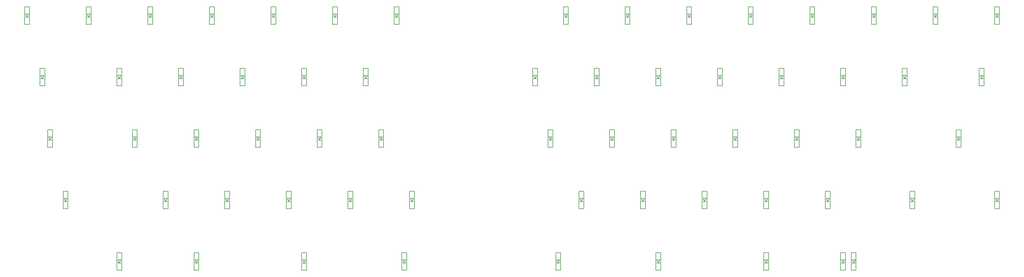
<source format=gbr>
%TF.GenerationSoftware,KiCad,Pcbnew,(5.1.9)-1*%
%TF.CreationDate,2021-02-13T03:00:00+09:00*%
%TF.ProjectId,yuiop63hhs,7975696f-7036-4336-9868-732e6b696361,1*%
%TF.SameCoordinates,Original*%
%TF.FileFunction,Legend,Bot*%
%TF.FilePolarity,Positive*%
%FSLAX46Y46*%
G04 Gerber Fmt 4.6, Leading zero omitted, Abs format (unit mm)*
G04 Created by KiCad (PCBNEW (5.1.9)-1) date 2021-02-13 03:00:00*
%MOMM*%
%LPD*%
G01*
G04 APERTURE LIST*
%ADD10C,0.150000*%
G04 APERTURE END LIST*
D10*
%TO.C,D1*%
X65775000Y-117225000D02*
X65775000Y-111825000D01*
X67025000Y-114025000D02*
X66025000Y-114025000D01*
X66025000Y-114025000D02*
X66525000Y-114925000D01*
X67275000Y-111825000D02*
X67275000Y-117225000D01*
X66525000Y-114925000D02*
X67025000Y-114025000D01*
X67275000Y-111825000D02*
X65775000Y-111825000D01*
X67025000Y-115025000D02*
X66025000Y-115025000D01*
X67275000Y-117225000D02*
X65775000Y-117225000D01*
%TO.C,D2*%
X86325000Y-117225000D02*
X84825000Y-117225000D01*
X86075000Y-115025000D02*
X85075000Y-115025000D01*
X86325000Y-111825000D02*
X84825000Y-111825000D01*
X85575000Y-114925000D02*
X86075000Y-114025000D01*
X86325000Y-111825000D02*
X86325000Y-117225000D01*
X85075000Y-114025000D02*
X85575000Y-114925000D01*
X86075000Y-114025000D02*
X85075000Y-114025000D01*
X84825000Y-117225000D02*
X84825000Y-111825000D01*
%TO.C,D3*%
X103875000Y-117225000D02*
X103875000Y-111825000D01*
X105125000Y-114025000D02*
X104125000Y-114025000D01*
X104125000Y-114025000D02*
X104625000Y-114925000D01*
X105375000Y-111825000D02*
X105375000Y-117225000D01*
X104625000Y-114925000D02*
X105125000Y-114025000D01*
X105375000Y-111825000D02*
X103875000Y-111825000D01*
X105125000Y-115025000D02*
X104125000Y-115025000D01*
X105375000Y-117225000D02*
X103875000Y-117225000D01*
%TO.C,D4*%
X124425000Y-117225000D02*
X122925000Y-117225000D01*
X124175000Y-115025000D02*
X123175000Y-115025000D01*
X124425000Y-111825000D02*
X122925000Y-111825000D01*
X123675000Y-114925000D02*
X124175000Y-114025000D01*
X124425000Y-111825000D02*
X124425000Y-117225000D01*
X123175000Y-114025000D02*
X123675000Y-114925000D01*
X124175000Y-114025000D02*
X123175000Y-114025000D01*
X122925000Y-117225000D02*
X122925000Y-111825000D01*
%TO.C,D5*%
X141975000Y-117225000D02*
X141975000Y-111825000D01*
X143225000Y-114025000D02*
X142225000Y-114025000D01*
X142225000Y-114025000D02*
X142725000Y-114925000D01*
X143475000Y-111825000D02*
X143475000Y-117225000D01*
X142725000Y-114925000D02*
X143225000Y-114025000D01*
X143475000Y-111825000D02*
X141975000Y-111825000D01*
X143225000Y-115025000D02*
X142225000Y-115025000D01*
X143475000Y-117225000D02*
X141975000Y-117225000D01*
%TO.C,D6*%
X162525000Y-117225000D02*
X161025000Y-117225000D01*
X162275000Y-115025000D02*
X161275000Y-115025000D01*
X162525000Y-111825000D02*
X161025000Y-111825000D01*
X161775000Y-114925000D02*
X162275000Y-114025000D01*
X162525000Y-111825000D02*
X162525000Y-117225000D01*
X161275000Y-114025000D02*
X161775000Y-114925000D01*
X162275000Y-114025000D02*
X161275000Y-114025000D01*
X161025000Y-117225000D02*
X161025000Y-111825000D01*
%TO.C,D7*%
X180075000Y-117225000D02*
X180075000Y-111825000D01*
X181325000Y-114025000D02*
X180325000Y-114025000D01*
X180325000Y-114025000D02*
X180825000Y-114925000D01*
X181575000Y-111825000D02*
X181575000Y-117225000D01*
X180825000Y-114925000D02*
X181325000Y-114025000D01*
X181575000Y-111825000D02*
X180075000Y-111825000D01*
X181325000Y-115025000D02*
X180325000Y-115025000D01*
X181575000Y-117225000D02*
X180075000Y-117225000D01*
%TO.C,D8*%
X233962000Y-117225000D02*
X232462000Y-117225000D01*
X233712000Y-115025000D02*
X232712000Y-115025000D01*
X233962000Y-111825000D02*
X232462000Y-111825000D01*
X233212000Y-114925000D02*
X233712000Y-114025000D01*
X233962000Y-111825000D02*
X233962000Y-117225000D01*
X232712000Y-114025000D02*
X233212000Y-114925000D01*
X233712000Y-114025000D02*
X232712000Y-114025000D01*
X232462000Y-117225000D02*
X232462000Y-111825000D01*
%TO.C,D9*%
X251512000Y-117225000D02*
X251512000Y-111825000D01*
X252762000Y-114025000D02*
X251762000Y-114025000D01*
X251762000Y-114025000D02*
X252262000Y-114925000D01*
X253012000Y-111825000D02*
X253012000Y-117225000D01*
X252262000Y-114925000D02*
X252762000Y-114025000D01*
X253012000Y-111825000D02*
X251512000Y-111825000D01*
X252762000Y-115025000D02*
X251762000Y-115025000D01*
X253012000Y-117225000D02*
X251512000Y-117225000D01*
%TO.C,D10*%
X272062000Y-117225000D02*
X270562000Y-117225000D01*
X271812000Y-115025000D02*
X270812000Y-115025000D01*
X272062000Y-111825000D02*
X270562000Y-111825000D01*
X271312000Y-114925000D02*
X271812000Y-114025000D01*
X272062000Y-111825000D02*
X272062000Y-117225000D01*
X270812000Y-114025000D02*
X271312000Y-114925000D01*
X271812000Y-114025000D02*
X270812000Y-114025000D01*
X270562000Y-117225000D02*
X270562000Y-111825000D01*
%TO.C,D11*%
X289612000Y-117225000D02*
X289612000Y-111825000D01*
X290862000Y-114025000D02*
X289862000Y-114025000D01*
X289862000Y-114025000D02*
X290362000Y-114925000D01*
X291112000Y-111825000D02*
X291112000Y-117225000D01*
X290362000Y-114925000D02*
X290862000Y-114025000D01*
X291112000Y-111825000D02*
X289612000Y-111825000D01*
X290862000Y-115025000D02*
X289862000Y-115025000D01*
X291112000Y-117225000D02*
X289612000Y-117225000D01*
%TO.C,D12*%
X310162000Y-117225000D02*
X308662000Y-117225000D01*
X309912000Y-115025000D02*
X308912000Y-115025000D01*
X310162000Y-111825000D02*
X308662000Y-111825000D01*
X309412000Y-114925000D02*
X309912000Y-114025000D01*
X310162000Y-111825000D02*
X310162000Y-117225000D01*
X308912000Y-114025000D02*
X309412000Y-114925000D01*
X309912000Y-114025000D02*
X308912000Y-114025000D01*
X308662000Y-117225000D02*
X308662000Y-111825000D01*
%TO.C,D13*%
X327712000Y-117225000D02*
X327712000Y-111825000D01*
X328962000Y-114025000D02*
X327962000Y-114025000D01*
X327962000Y-114025000D02*
X328462000Y-114925000D01*
X329212000Y-111825000D02*
X329212000Y-117225000D01*
X328462000Y-114925000D02*
X328962000Y-114025000D01*
X329212000Y-111825000D02*
X327712000Y-111825000D01*
X328962000Y-115025000D02*
X327962000Y-115025000D01*
X329212000Y-117225000D02*
X327712000Y-117225000D01*
%TO.C,D14*%
X348262000Y-117225000D02*
X346762000Y-117225000D01*
X348012000Y-115025000D02*
X347012000Y-115025000D01*
X348262000Y-111825000D02*
X346762000Y-111825000D01*
X347512000Y-114925000D02*
X348012000Y-114025000D01*
X348262000Y-111825000D02*
X348262000Y-117225000D01*
X347012000Y-114025000D02*
X347512000Y-114925000D01*
X348012000Y-114025000D02*
X347012000Y-114025000D01*
X346762000Y-117225000D02*
X346762000Y-111825000D01*
%TO.C,D15*%
X365812000Y-117225000D02*
X365812000Y-111825000D01*
X367062000Y-114025000D02*
X366062000Y-114025000D01*
X366062000Y-114025000D02*
X366562000Y-114925000D01*
X367312000Y-111825000D02*
X367312000Y-117225000D01*
X366562000Y-114925000D02*
X367062000Y-114025000D01*
X367312000Y-111825000D02*
X365812000Y-111825000D01*
X367062000Y-115025000D02*
X366062000Y-115025000D01*
X367312000Y-117225000D02*
X365812000Y-117225000D01*
%TO.C,D16*%
X72037500Y-136275000D02*
X70537500Y-136275000D01*
X71787500Y-134075000D02*
X70787500Y-134075000D01*
X72037500Y-130875000D02*
X70537500Y-130875000D01*
X71287500Y-133975000D02*
X71787500Y-133075000D01*
X72037500Y-130875000D02*
X72037500Y-136275000D01*
X70787500Y-133075000D02*
X71287500Y-133975000D01*
X71787500Y-133075000D02*
X70787500Y-133075000D01*
X70537500Y-136275000D02*
X70537500Y-130875000D01*
%TO.C,D17*%
X94350000Y-136275000D02*
X94350000Y-130875000D01*
X95600000Y-133075000D02*
X94600000Y-133075000D01*
X94600000Y-133075000D02*
X95100000Y-133975000D01*
X95850000Y-130875000D02*
X95850000Y-136275000D01*
X95100000Y-133975000D02*
X95600000Y-133075000D01*
X95850000Y-130875000D02*
X94350000Y-130875000D01*
X95600000Y-134075000D02*
X94600000Y-134075000D01*
X95850000Y-136275000D02*
X94350000Y-136275000D01*
%TO.C,D18*%
X113400000Y-136275000D02*
X113400000Y-130875000D01*
X114650000Y-133075000D02*
X113650000Y-133075000D01*
X113650000Y-133075000D02*
X114150000Y-133975000D01*
X114900000Y-130875000D02*
X114900000Y-136275000D01*
X114150000Y-133975000D02*
X114650000Y-133075000D01*
X114900000Y-130875000D02*
X113400000Y-130875000D01*
X114650000Y-134075000D02*
X113650000Y-134075000D01*
X114900000Y-136275000D02*
X113400000Y-136275000D01*
%TO.C,D19*%
X132450000Y-136275000D02*
X132450000Y-130875000D01*
X133700000Y-133075000D02*
X132700000Y-133075000D01*
X132700000Y-133075000D02*
X133200000Y-133975000D01*
X133950000Y-130875000D02*
X133950000Y-136275000D01*
X133200000Y-133975000D02*
X133700000Y-133075000D01*
X133950000Y-130875000D02*
X132450000Y-130875000D01*
X133700000Y-134075000D02*
X132700000Y-134075000D01*
X133950000Y-136275000D02*
X132450000Y-136275000D01*
%TO.C,D20*%
X153000000Y-136275000D02*
X151500000Y-136275000D01*
X152750000Y-134075000D02*
X151750000Y-134075000D01*
X153000000Y-130875000D02*
X151500000Y-130875000D01*
X152250000Y-133975000D02*
X152750000Y-133075000D01*
X153000000Y-130875000D02*
X153000000Y-136275000D01*
X151750000Y-133075000D02*
X152250000Y-133975000D01*
X152750000Y-133075000D02*
X151750000Y-133075000D01*
X151500000Y-136275000D02*
X151500000Y-130875000D01*
%TO.C,D21*%
X170550000Y-136275000D02*
X170550000Y-130875000D01*
X171800000Y-133075000D02*
X170800000Y-133075000D01*
X170800000Y-133075000D02*
X171300000Y-133975000D01*
X172050000Y-130875000D02*
X172050000Y-136275000D01*
X171300000Y-133975000D02*
X171800000Y-133075000D01*
X172050000Y-130875000D02*
X170550000Y-130875000D01*
X171800000Y-134075000D02*
X170800000Y-134075000D01*
X172050000Y-136275000D02*
X170550000Y-136275000D01*
%TO.C,D22*%
X224438000Y-136275000D02*
X222938000Y-136275000D01*
X224188000Y-134075000D02*
X223188000Y-134075000D01*
X224438000Y-130875000D02*
X222938000Y-130875000D01*
X223688000Y-133975000D02*
X224188000Y-133075000D01*
X224438000Y-130875000D02*
X224438000Y-136275000D01*
X223188000Y-133075000D02*
X223688000Y-133975000D01*
X224188000Y-133075000D02*
X223188000Y-133075000D01*
X222938000Y-136275000D02*
X222938000Y-130875000D01*
%TO.C,D23*%
X241988000Y-136275000D02*
X241988000Y-130875000D01*
X243238000Y-133075000D02*
X242238000Y-133075000D01*
X242238000Y-133075000D02*
X242738000Y-133975000D01*
X243488000Y-130875000D02*
X243488000Y-136275000D01*
X242738000Y-133975000D02*
X243238000Y-133075000D01*
X243488000Y-130875000D02*
X241988000Y-130875000D01*
X243238000Y-134075000D02*
X242238000Y-134075000D01*
X243488000Y-136275000D02*
X241988000Y-136275000D01*
%TO.C,D24*%
X262538000Y-136275000D02*
X261038000Y-136275000D01*
X262288000Y-134075000D02*
X261288000Y-134075000D01*
X262538000Y-130875000D02*
X261038000Y-130875000D01*
X261788000Y-133975000D02*
X262288000Y-133075000D01*
X262538000Y-130875000D02*
X262538000Y-136275000D01*
X261288000Y-133075000D02*
X261788000Y-133975000D01*
X262288000Y-133075000D02*
X261288000Y-133075000D01*
X261038000Y-136275000D02*
X261038000Y-130875000D01*
%TO.C,D25*%
X281588000Y-136275000D02*
X280088000Y-136275000D01*
X281338000Y-134075000D02*
X280338000Y-134075000D01*
X281588000Y-130875000D02*
X280088000Y-130875000D01*
X280838000Y-133975000D02*
X281338000Y-133075000D01*
X281588000Y-130875000D02*
X281588000Y-136275000D01*
X280338000Y-133075000D02*
X280838000Y-133975000D01*
X281338000Y-133075000D02*
X280338000Y-133075000D01*
X280088000Y-136275000D02*
X280088000Y-130875000D01*
%TO.C,D26*%
X299138000Y-136275000D02*
X299138000Y-130875000D01*
X300388000Y-133075000D02*
X299388000Y-133075000D01*
X299388000Y-133075000D02*
X299888000Y-133975000D01*
X300638000Y-130875000D02*
X300638000Y-136275000D01*
X299888000Y-133975000D02*
X300388000Y-133075000D01*
X300638000Y-130875000D02*
X299138000Y-130875000D01*
X300388000Y-134075000D02*
X299388000Y-134075000D01*
X300638000Y-136275000D02*
X299138000Y-136275000D01*
%TO.C,D27*%
X319688000Y-136275000D02*
X318188000Y-136275000D01*
X319438000Y-134075000D02*
X318438000Y-134075000D01*
X319688000Y-130875000D02*
X318188000Y-130875000D01*
X318938000Y-133975000D02*
X319438000Y-133075000D01*
X319688000Y-130875000D02*
X319688000Y-136275000D01*
X318438000Y-133075000D02*
X318938000Y-133975000D01*
X319438000Y-133075000D02*
X318438000Y-133075000D01*
X318188000Y-136275000D02*
X318188000Y-130875000D01*
%TO.C,D28*%
X338738000Y-136275000D02*
X337238000Y-136275000D01*
X338488000Y-134075000D02*
X337488000Y-134075000D01*
X338738000Y-130875000D02*
X337238000Y-130875000D01*
X337988000Y-133975000D02*
X338488000Y-133075000D01*
X338738000Y-130875000D02*
X338738000Y-136275000D01*
X337488000Y-133075000D02*
X337988000Y-133975000D01*
X338488000Y-133075000D02*
X337488000Y-133075000D01*
X337238000Y-136275000D02*
X337238000Y-130875000D01*
%TO.C,D29*%
X361050000Y-136275000D02*
X361050000Y-130875000D01*
X362300000Y-133075000D02*
X361300000Y-133075000D01*
X361300000Y-133075000D02*
X361800000Y-133975000D01*
X362550000Y-130875000D02*
X362550000Y-136275000D01*
X361800000Y-133975000D02*
X362300000Y-133075000D01*
X362550000Y-130875000D02*
X361050000Y-130875000D01*
X362300000Y-134075000D02*
X361300000Y-134075000D01*
X362550000Y-136275000D02*
X361050000Y-136275000D01*
%TO.C,D30*%
X74418800Y-155325000D02*
X72918800Y-155325000D01*
X74168800Y-153125000D02*
X73168800Y-153125000D01*
X74418800Y-149925000D02*
X72918800Y-149925000D01*
X73668800Y-153025000D02*
X74168800Y-152125000D01*
X74418800Y-149925000D02*
X74418800Y-155325000D01*
X73168800Y-152125000D02*
X73668800Y-153025000D01*
X74168800Y-152125000D02*
X73168800Y-152125000D01*
X72918800Y-155325000D02*
X72918800Y-149925000D01*
%TO.C,D31*%
X99112500Y-155325000D02*
X99112500Y-149925000D01*
X100362500Y-152125000D02*
X99362500Y-152125000D01*
X99362500Y-152125000D02*
X99862500Y-153025000D01*
X100612500Y-149925000D02*
X100612500Y-155325000D01*
X99862500Y-153025000D02*
X100362500Y-152125000D01*
X100612500Y-149925000D02*
X99112500Y-149925000D01*
X100362500Y-153125000D02*
X99362500Y-153125000D01*
X100612500Y-155325000D02*
X99112500Y-155325000D01*
%TO.C,D32*%
X119662000Y-155325000D02*
X118162000Y-155325000D01*
X119412000Y-153125000D02*
X118412000Y-153125000D01*
X119662000Y-149925000D02*
X118162000Y-149925000D01*
X118912000Y-153025000D02*
X119412000Y-152125000D01*
X119662000Y-149925000D02*
X119662000Y-155325000D01*
X118412000Y-152125000D02*
X118912000Y-153025000D01*
X119412000Y-152125000D02*
X118412000Y-152125000D01*
X118162000Y-155325000D02*
X118162000Y-149925000D01*
%TO.C,D33*%
X137212000Y-155325000D02*
X137212000Y-149925000D01*
X138462000Y-152125000D02*
X137462000Y-152125000D01*
X137462000Y-152125000D02*
X137962000Y-153025000D01*
X138712000Y-149925000D02*
X138712000Y-155325000D01*
X137962000Y-153025000D02*
X138462000Y-152125000D01*
X138712000Y-149925000D02*
X137212000Y-149925000D01*
X138462000Y-153125000D02*
X137462000Y-153125000D01*
X138712000Y-155325000D02*
X137212000Y-155325000D01*
%TO.C,D34*%
X157762000Y-155325000D02*
X156262000Y-155325000D01*
X157512000Y-153125000D02*
X156512000Y-153125000D01*
X157762000Y-149925000D02*
X156262000Y-149925000D01*
X157012000Y-153025000D02*
X157512000Y-152125000D01*
X157762000Y-149925000D02*
X157762000Y-155325000D01*
X156512000Y-152125000D02*
X157012000Y-153025000D01*
X157512000Y-152125000D02*
X156512000Y-152125000D01*
X156262000Y-155325000D02*
X156262000Y-149925000D01*
%TO.C,D35*%
X175312000Y-155325000D02*
X175312000Y-149925000D01*
X176562000Y-152125000D02*
X175562000Y-152125000D01*
X175562000Y-152125000D02*
X176062000Y-153025000D01*
X176812000Y-149925000D02*
X176812000Y-155325000D01*
X176062000Y-153025000D02*
X176562000Y-152125000D01*
X176812000Y-149925000D02*
X175312000Y-149925000D01*
X176562000Y-153125000D02*
X175562000Y-153125000D01*
X176812000Y-155325000D02*
X175312000Y-155325000D01*
%TO.C,D36*%
X229200000Y-155325000D02*
X227700000Y-155325000D01*
X228950000Y-153125000D02*
X227950000Y-153125000D01*
X229200000Y-149925000D02*
X227700000Y-149925000D01*
X228450000Y-153025000D02*
X228950000Y-152125000D01*
X229200000Y-149925000D02*
X229200000Y-155325000D01*
X227950000Y-152125000D02*
X228450000Y-153025000D01*
X228950000Y-152125000D02*
X227950000Y-152125000D01*
X227700000Y-155325000D02*
X227700000Y-149925000D01*
%TO.C,D37*%
X248250000Y-155325000D02*
X246750000Y-155325000D01*
X248000000Y-153125000D02*
X247000000Y-153125000D01*
X248250000Y-149925000D02*
X246750000Y-149925000D01*
X247500000Y-153025000D02*
X248000000Y-152125000D01*
X248250000Y-149925000D02*
X248250000Y-155325000D01*
X247000000Y-152125000D02*
X247500000Y-153025000D01*
X248000000Y-152125000D02*
X247000000Y-152125000D01*
X246750000Y-155325000D02*
X246750000Y-149925000D01*
%TO.C,D38*%
X267300000Y-155325000D02*
X265800000Y-155325000D01*
X267050000Y-153125000D02*
X266050000Y-153125000D01*
X267300000Y-149925000D02*
X265800000Y-149925000D01*
X266550000Y-153025000D02*
X267050000Y-152125000D01*
X267300000Y-149925000D02*
X267300000Y-155325000D01*
X266050000Y-152125000D02*
X266550000Y-153025000D01*
X267050000Y-152125000D02*
X266050000Y-152125000D01*
X265800000Y-155325000D02*
X265800000Y-149925000D01*
%TO.C,D39*%
X286350000Y-155325000D02*
X284850000Y-155325000D01*
X286100000Y-153125000D02*
X285100000Y-153125000D01*
X286350000Y-149925000D02*
X284850000Y-149925000D01*
X285600000Y-153025000D02*
X286100000Y-152125000D01*
X286350000Y-149925000D02*
X286350000Y-155325000D01*
X285100000Y-152125000D02*
X285600000Y-153025000D01*
X286100000Y-152125000D02*
X285100000Y-152125000D01*
X284850000Y-155325000D02*
X284850000Y-149925000D01*
%TO.C,D40*%
X303900000Y-155325000D02*
X303900000Y-149925000D01*
X305150000Y-152125000D02*
X304150000Y-152125000D01*
X304150000Y-152125000D02*
X304650000Y-153025000D01*
X305400000Y-149925000D02*
X305400000Y-155325000D01*
X304650000Y-153025000D02*
X305150000Y-152125000D01*
X305400000Y-149925000D02*
X303900000Y-149925000D01*
X305150000Y-153125000D02*
X304150000Y-153125000D01*
X305400000Y-155325000D02*
X303900000Y-155325000D01*
%TO.C,D41*%
X322950000Y-155325000D02*
X322950000Y-149925000D01*
X324200000Y-152125000D02*
X323200000Y-152125000D01*
X323200000Y-152125000D02*
X323700000Y-153025000D01*
X324450000Y-149925000D02*
X324450000Y-155325000D01*
X323700000Y-153025000D02*
X324200000Y-152125000D01*
X324450000Y-149925000D02*
X322950000Y-149925000D01*
X324200000Y-153125000D02*
X323200000Y-153125000D01*
X324450000Y-155325000D02*
X322950000Y-155325000D01*
%TO.C,D42*%
X355406000Y-155325000D02*
X353906000Y-155325000D01*
X355156000Y-153125000D02*
X354156000Y-153125000D01*
X355406000Y-149925000D02*
X353906000Y-149925000D01*
X354656000Y-153025000D02*
X355156000Y-152125000D01*
X355406000Y-149925000D02*
X355406000Y-155325000D01*
X354156000Y-152125000D02*
X354656000Y-153025000D01*
X355156000Y-152125000D02*
X354156000Y-152125000D01*
X353906000Y-155325000D02*
X353906000Y-149925000D01*
%TO.C,D43*%
X79181200Y-174375000D02*
X77681200Y-174375000D01*
X78931200Y-172175000D02*
X77931200Y-172175000D01*
X79181200Y-168975000D02*
X77681200Y-168975000D01*
X78431200Y-172075000D02*
X78931200Y-171175000D01*
X79181200Y-168975000D02*
X79181200Y-174375000D01*
X77931200Y-171175000D02*
X78431200Y-172075000D01*
X78931200Y-171175000D02*
X77931200Y-171175000D01*
X77681200Y-174375000D02*
X77681200Y-168975000D01*
%TO.C,D44*%
X110138000Y-174375000D02*
X108638000Y-174375000D01*
X109888000Y-172175000D02*
X108888000Y-172175000D01*
X110138000Y-168975000D02*
X108638000Y-168975000D01*
X109388000Y-172075000D02*
X109888000Y-171175000D01*
X110138000Y-168975000D02*
X110138000Y-174375000D01*
X108888000Y-171175000D02*
X109388000Y-172075000D01*
X109888000Y-171175000D02*
X108888000Y-171175000D01*
X108638000Y-174375000D02*
X108638000Y-168975000D01*
%TO.C,D45*%
X129188000Y-174375000D02*
X127688000Y-174375000D01*
X128938000Y-172175000D02*
X127938000Y-172175000D01*
X129188000Y-168975000D02*
X127688000Y-168975000D01*
X128438000Y-172075000D02*
X128938000Y-171175000D01*
X129188000Y-168975000D02*
X129188000Y-174375000D01*
X127938000Y-171175000D02*
X128438000Y-172075000D01*
X128938000Y-171175000D02*
X127938000Y-171175000D01*
X127688000Y-174375000D02*
X127688000Y-168975000D01*
%TO.C,D46*%
X146738000Y-174375000D02*
X146738000Y-168975000D01*
X147988000Y-171175000D02*
X146988000Y-171175000D01*
X146988000Y-171175000D02*
X147488000Y-172075000D01*
X148238000Y-168975000D02*
X148238000Y-174375000D01*
X147488000Y-172075000D02*
X147988000Y-171175000D01*
X148238000Y-168975000D02*
X146738000Y-168975000D01*
X147988000Y-172175000D02*
X146988000Y-172175000D01*
X148238000Y-174375000D02*
X146738000Y-174375000D01*
%TO.C,D47*%
X167288000Y-174375000D02*
X165788000Y-174375000D01*
X167038000Y-172175000D02*
X166038000Y-172175000D01*
X167288000Y-168975000D02*
X165788000Y-168975000D01*
X166538000Y-172075000D02*
X167038000Y-171175000D01*
X167288000Y-168975000D02*
X167288000Y-174375000D01*
X166038000Y-171175000D02*
X166538000Y-172075000D01*
X167038000Y-171175000D02*
X166038000Y-171175000D01*
X165788000Y-174375000D02*
X165788000Y-168975000D01*
%TO.C,D48*%
X184838000Y-174375000D02*
X184838000Y-168975000D01*
X186088000Y-171175000D02*
X185088000Y-171175000D01*
X185088000Y-171175000D02*
X185588000Y-172075000D01*
X186338000Y-168975000D02*
X186338000Y-174375000D01*
X185588000Y-172075000D02*
X186088000Y-171175000D01*
X186338000Y-168975000D02*
X184838000Y-168975000D01*
X186088000Y-172175000D02*
X185088000Y-172175000D01*
X186338000Y-174375000D02*
X184838000Y-174375000D01*
%TO.C,D49*%
X237225000Y-174375000D02*
X237225000Y-168975000D01*
X238475000Y-171175000D02*
X237475000Y-171175000D01*
X237475000Y-171175000D02*
X237975000Y-172075000D01*
X238725000Y-168975000D02*
X238725000Y-174375000D01*
X237975000Y-172075000D02*
X238475000Y-171175000D01*
X238725000Y-168975000D02*
X237225000Y-168975000D01*
X238475000Y-172175000D02*
X237475000Y-172175000D01*
X238725000Y-174375000D02*
X237225000Y-174375000D01*
%TO.C,D50*%
X256275000Y-174375000D02*
X256275000Y-168975000D01*
X257525000Y-171175000D02*
X256525000Y-171175000D01*
X256525000Y-171175000D02*
X257025000Y-172075000D01*
X257775000Y-168975000D02*
X257775000Y-174375000D01*
X257025000Y-172075000D02*
X257525000Y-171175000D01*
X257775000Y-168975000D02*
X256275000Y-168975000D01*
X257525000Y-172175000D02*
X256525000Y-172175000D01*
X257775000Y-174375000D02*
X256275000Y-174375000D01*
%TO.C,D51*%
X276825000Y-174375000D02*
X275325000Y-174375000D01*
X276575000Y-172175000D02*
X275575000Y-172175000D01*
X276825000Y-168975000D02*
X275325000Y-168975000D01*
X276075000Y-172075000D02*
X276575000Y-171175000D01*
X276825000Y-168975000D02*
X276825000Y-174375000D01*
X275575000Y-171175000D02*
X276075000Y-172075000D01*
X276575000Y-171175000D02*
X275575000Y-171175000D01*
X275325000Y-174375000D02*
X275325000Y-168975000D01*
%TO.C,D52*%
X294375000Y-174375000D02*
X294375000Y-168975000D01*
X295625000Y-171175000D02*
X294625000Y-171175000D01*
X294625000Y-171175000D02*
X295125000Y-172075000D01*
X295875000Y-168975000D02*
X295875000Y-174375000D01*
X295125000Y-172075000D02*
X295625000Y-171175000D01*
X295875000Y-168975000D02*
X294375000Y-168975000D01*
X295625000Y-172175000D02*
X294625000Y-172175000D01*
X295875000Y-174375000D02*
X294375000Y-174375000D01*
%TO.C,D53*%
X313425000Y-174375000D02*
X313425000Y-168975000D01*
X314675000Y-171175000D02*
X313675000Y-171175000D01*
X313675000Y-171175000D02*
X314175000Y-172075000D01*
X314925000Y-168975000D02*
X314925000Y-174375000D01*
X314175000Y-172075000D02*
X314675000Y-171175000D01*
X314925000Y-168975000D02*
X313425000Y-168975000D01*
X314675000Y-172175000D02*
X313675000Y-172175000D01*
X314925000Y-174375000D02*
X313425000Y-174375000D01*
%TO.C,D54*%
X341119000Y-174375000D02*
X339619000Y-174375000D01*
X340869000Y-172175000D02*
X339869000Y-172175000D01*
X341119000Y-168975000D02*
X339619000Y-168975000D01*
X340369000Y-172075000D02*
X340869000Y-171175000D01*
X341119000Y-168975000D02*
X341119000Y-174375000D01*
X339869000Y-171175000D02*
X340369000Y-172075000D01*
X340869000Y-171175000D02*
X339869000Y-171175000D01*
X339619000Y-174375000D02*
X339619000Y-168975000D01*
%TO.C,D55*%
X365812000Y-174375000D02*
X365812000Y-168975000D01*
X367062000Y-171175000D02*
X366062000Y-171175000D01*
X366062000Y-171175000D02*
X366562000Y-172075000D01*
X367312000Y-168975000D02*
X367312000Y-174375000D01*
X366562000Y-172075000D02*
X367062000Y-171175000D01*
X367312000Y-168975000D02*
X365812000Y-168975000D01*
X367062000Y-172175000D02*
X366062000Y-172175000D01*
X367312000Y-174375000D02*
X365812000Y-174375000D01*
%TO.C,D56*%
X95850000Y-193425000D02*
X94350000Y-193425000D01*
X95600000Y-191225000D02*
X94600000Y-191225000D01*
X95850000Y-188025000D02*
X94350000Y-188025000D01*
X95100000Y-191125000D02*
X95600000Y-190225000D01*
X95850000Y-188025000D02*
X95850000Y-193425000D01*
X94600000Y-190225000D02*
X95100000Y-191125000D01*
X95600000Y-190225000D02*
X94600000Y-190225000D01*
X94350000Y-193425000D02*
X94350000Y-188025000D01*
%TO.C,D57*%
X118162000Y-193425000D02*
X118162000Y-188025000D01*
X119412000Y-190225000D02*
X118412000Y-190225000D01*
X118412000Y-190225000D02*
X118912000Y-191125000D01*
X119662000Y-188025000D02*
X119662000Y-193425000D01*
X118912000Y-191125000D02*
X119412000Y-190225000D01*
X119662000Y-188025000D02*
X118162000Y-188025000D01*
X119412000Y-191225000D02*
X118412000Y-191225000D01*
X119662000Y-193425000D02*
X118162000Y-193425000D01*
%TO.C,D58*%
X153000000Y-193425000D02*
X151500000Y-193425000D01*
X152750000Y-191225000D02*
X151750000Y-191225000D01*
X153000000Y-188025000D02*
X151500000Y-188025000D01*
X152250000Y-191125000D02*
X152750000Y-190225000D01*
X153000000Y-188025000D02*
X153000000Y-193425000D01*
X151750000Y-190225000D02*
X152250000Y-191125000D01*
X152750000Y-190225000D02*
X151750000Y-190225000D01*
X151500000Y-193425000D02*
X151500000Y-188025000D01*
%TO.C,D59*%
X182456000Y-193425000D02*
X182456000Y-188025000D01*
X183706000Y-190225000D02*
X182706000Y-190225000D01*
X182706000Y-190225000D02*
X183206000Y-191125000D01*
X183956000Y-188025000D02*
X183956000Y-193425000D01*
X183206000Y-191125000D02*
X183706000Y-190225000D01*
X183956000Y-188025000D02*
X182456000Y-188025000D01*
X183706000Y-191225000D02*
X182706000Y-191225000D01*
X183956000Y-193425000D02*
X182456000Y-193425000D01*
%TO.C,D60*%
X231581000Y-193425000D02*
X230081000Y-193425000D01*
X231331000Y-191225000D02*
X230331000Y-191225000D01*
X231581000Y-188025000D02*
X230081000Y-188025000D01*
X230831000Y-191125000D02*
X231331000Y-190225000D01*
X231581000Y-188025000D02*
X231581000Y-193425000D01*
X230331000Y-190225000D02*
X230831000Y-191125000D01*
X231331000Y-190225000D02*
X230331000Y-190225000D01*
X230081000Y-193425000D02*
X230081000Y-188025000D01*
%TO.C,D61*%
X261038000Y-193425000D02*
X261038000Y-188025000D01*
X262288000Y-190225000D02*
X261288000Y-190225000D01*
X261288000Y-190225000D02*
X261788000Y-191125000D01*
X262538000Y-188025000D02*
X262538000Y-193425000D01*
X261788000Y-191125000D02*
X262288000Y-190225000D01*
X262538000Y-188025000D02*
X261038000Y-188025000D01*
X262288000Y-191225000D02*
X261288000Y-191225000D01*
X262538000Y-193425000D02*
X261038000Y-193425000D01*
%TO.C,D62*%
X295875000Y-193425000D02*
X294375000Y-193425000D01*
X295625000Y-191225000D02*
X294625000Y-191225000D01*
X295875000Y-188025000D02*
X294375000Y-188025000D01*
X295125000Y-191125000D02*
X295625000Y-190225000D01*
X295875000Y-188025000D02*
X295875000Y-193425000D01*
X294625000Y-190225000D02*
X295125000Y-191125000D01*
X295625000Y-190225000D02*
X294625000Y-190225000D01*
X294375000Y-193425000D02*
X294375000Y-188025000D01*
%TO.C,D63*%
X318188000Y-193425000D02*
X318188000Y-188025000D01*
X319438000Y-190225000D02*
X318438000Y-190225000D01*
X318438000Y-190225000D02*
X318938000Y-191125000D01*
X319688000Y-188025000D02*
X319688000Y-193425000D01*
X318938000Y-191125000D02*
X319438000Y-190225000D01*
X319688000Y-188025000D02*
X318188000Y-188025000D01*
X319438000Y-191225000D02*
X318438000Y-191225000D01*
X319688000Y-193425000D02*
X318188000Y-193425000D01*
%TO.C,D64*%
X321450000Y-193400000D02*
X321450000Y-188000000D01*
X322700000Y-190200000D02*
X321700000Y-190200000D01*
X321700000Y-190200000D02*
X322200000Y-191100000D01*
X322950000Y-188000000D02*
X322950000Y-193400000D01*
X322200000Y-191100000D02*
X322700000Y-190200000D01*
X322950000Y-188000000D02*
X321450000Y-188000000D01*
X322700000Y-191200000D02*
X321700000Y-191200000D01*
X322950000Y-193400000D02*
X321450000Y-193400000D01*
%TD*%
M02*

</source>
